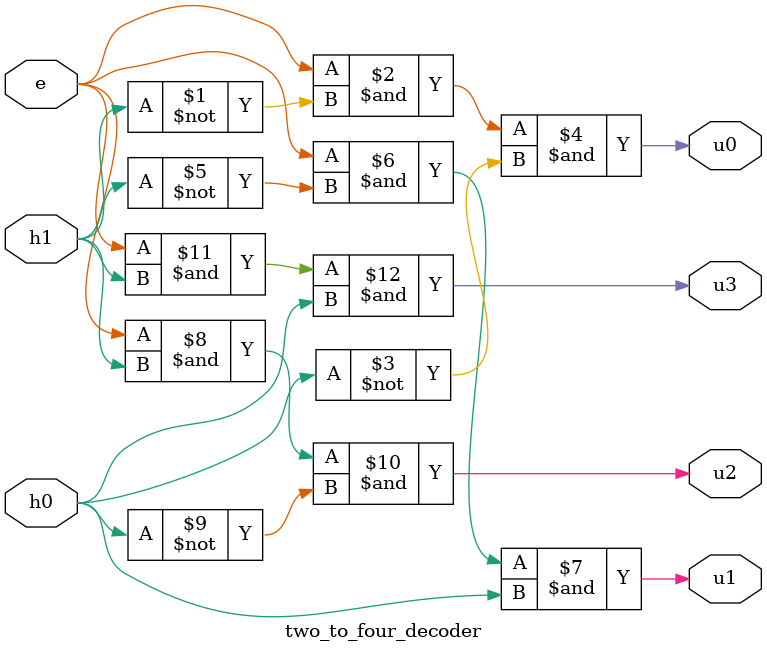
<source format=v>
`timescale 1ns/1ps

module two_to_four_decoder (
    input e, input h0, input h1,
    output wire u0, output wire u1, output wire u2, output wire u3
);
    assign u0 = (e & ~h1 & ~h0);
    assign u1 = (e & ~h1 & h0);
    assign u2 = (e & h1 & ~h0);
    assign u3 = (e & h1 & h0);

endmodule

</source>
